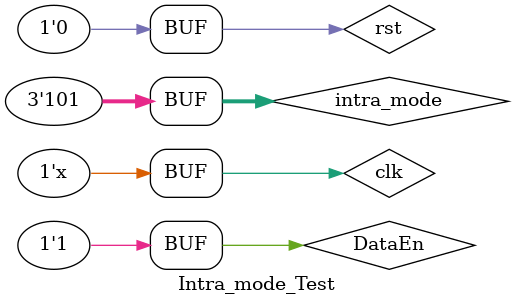
<source format=v>
`timescale 1ns / 1ps


module Intra_mode_Test();

    parameter W = 8;
    reg clk, rst;
    reg [2:0] intra_mode;
    reg DataEn;
    reg [W-1:0] DataIn1, DataIn2, DataIn3, DataIn4;
    wire DataOutEn;
    wire [W-1:0] DataOut1, DataOut2, DataOut3;

    initial
    begin
        clk <= 0;
        rst <= 0;
        intra_mode <= 0;
        # 6
        rst <= 1;
        # 8
        rst <= 0;
        # 4
        DataEn <= 1;
        # 50
        intra_mode <= 1;
        # 50
        intra_mode <= 2;
        # 50 
        intra_mode <= 3;
        # 50
        intra_mode <= 4;
        # 50
        intra_mode <= 5;
    end

    always @(posedge clk)
    begin
        if(rst == 1)
        begin
            DataIn1 <= 0;
            DataIn2 <= 0;
            DataIn3 <= 0;
            DataIn4 <= 0;
        end
        else 
        begin
            DataIn1 <= DataIn1 + 3;
            DataIn2 <= DataIn2 + 4;
            DataIn3 <= DataIn3 + 5;
            DataIn4 <= DataIn4 + 6;
        end
    end
    
always #2 clk = ~clk;

    Intra_mode uut(
        .clk(clk),
        .rst(rst),
        .intra_mode(intra_mode),
        .DataEn(DataEn),
        .DataIn1(DataIn1),
        .DataIn2(DataIn2),
        .DataIn3(DataIn3),
        .DataIn4(DataIn4),
        .DataOutEn(DataOutEn),
        .DataOut1(DataOut1),
        .DataOut2(DataOut2),
        .DataOut3(DataOut3)
    );


endmodule

</source>
